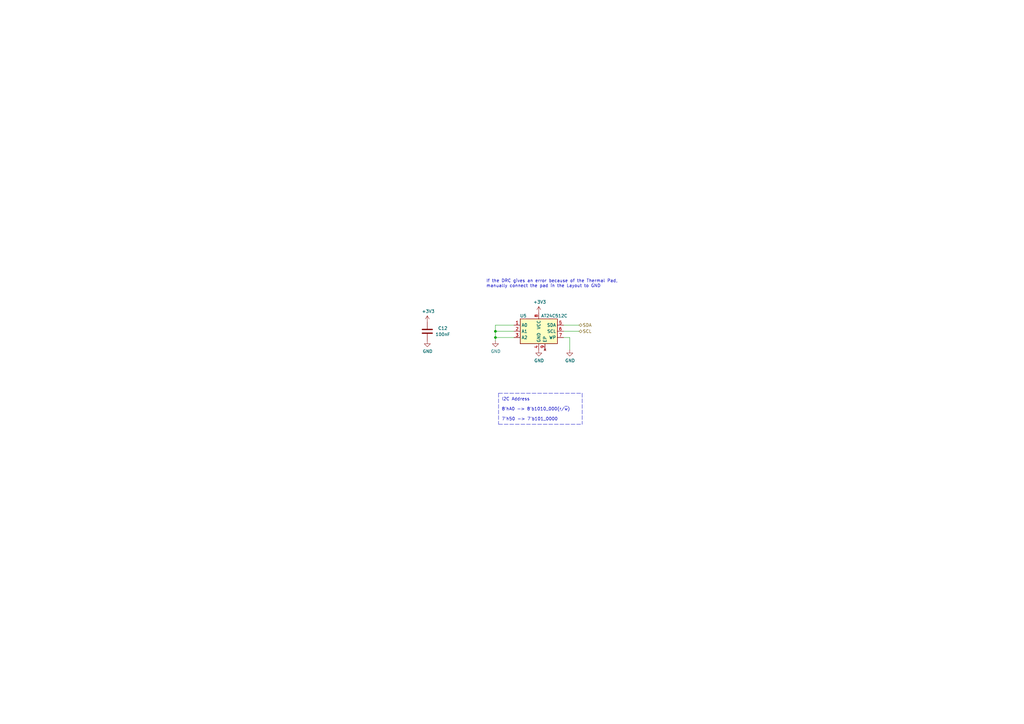
<source format=kicad_sch>
(kicad_sch (version 20211123) (generator eeschema)
  (paper "A3")
  (title_block (title "AMC Template") (date "2022-09-07") (rev "1.0") (company "Karlsruhe Institute of Technology (KIT)") (comment 1 "Institute for Data Processing and Electronics (IPE)") (comment 2 "Carsten Schmerbeck") (comment 3 "Luis Ardila") (comment 4 "Licensed under CERN-OHL-P v2"))
  (lib_symbols
    (symbol "Device:C" (pin_numbers hide) (pin_names (offset 0.254))
      (property "Reference" "C" (at 0.635 2.54 0))
      (property "Value" "C" (at 0.635 -2.54 0))
      (symbol "C_0_1"
        (polyline (pts (xy -2.032 -0.762) (xy 2.032 -0.762)) (stroke (width 0.508)))
        (polyline (pts (xy -2.032 0.762) (xy 2.032 0.762)) (stroke (width 0.508)))
      )
      (symbol "C_1_1"
        (pin passive line (at 0 3.81 270) (length 2.794) (name "~") (number "1"))
        (pin passive line (at 0 -3.81 90) (length 2.794) (name "~") (number "2"))
      )
    )
    (symbol "KIT_Memory:AT24CS64-MAHM"
      (property "Reference" "U24" (at -6.35 6.35 0))
      (property "Value" "AT24CS64-MAHM" (at 6.35 6.35 0))
      (symbol "AT24CS64-MAHM_1_1"
        (rectangle (start -7.62 5.08) (end 7.62 -5.08) (stroke (width 0.254)) (fill (type background)))
        (pin input line (at -10.16 2.54 0) (length 2.54) (name "A0") (number "1"))
        (pin input line (at -10.16 0 0) (length 2.54) (name "A1") (number "2"))
        (pin input line (at -10.16 -2.54 0) (length 2.54) (name "A2") (number "3"))
        (pin power_in line (at 0 -7.62 90) (length 2.54) (name "GND") (number "4"))
        (pin bidirectional line (at 10.16 2.54 180) (length 2.54) (name "SDA") (number "5"))
        (pin input line (at 10.16 0 180) (length 2.54) (name "SCL") (number "6"))
        (pin input line (at 10.16 -2.54 180) (length 2.54) (name "WP") (number "7"))
        (pin power_in line (at 0 7.62 270) (length 2.54) (name "VCC") (number "8"))
        (pin no_connect line (at 2.54 -7.62 90) (length 2.54) (name "EP") (number "9"))
      )
    )
    (symbol "power:+3V3" (power) (pin_names (offset 0))
      (property "Value" "+3V3" (at 0 3.556 0))
      (symbol "+3V3_0_1"
        (polyline (pts (xy -0.762 1.27) (xy 0 2.54)))
        (polyline (pts (xy 0 0) (xy 0 2.54)))
        (polyline (pts (xy 0 2.54) (xy 0.762 1.27)))
      )
      (symbol "+3V3_1_1"
        (pin power_in line (at 0 0 90) (length 0) hide (name "+3V3") (number "1"))
      )
    )
    (symbol "power:GND" (power) (pin_names (offset 0))
      (property "Value" "GND" (at 0 -3.81 0))
      (symbol "GND_0_1"
        (polyline (pts (xy 0 0) (xy 0 -1.27) (xy 1.27 -1.27) (xy 0 -2.54) (xy -1.27 -1.27) (xy 0 -1.27)))
      )
      (symbol "GND_1_1"
        (pin power_in line (at 0 0 270) (length 0) hide (name "GND") (number "1"))
      )
    )
  )
  (junction (at 203.2 138.43))
  (junction (at 203.2 135.89))
  (wire (pts (xy 203.2 138.43) (xy 210.82 138.43)))
  (polyline (pts (xy 204.47 161.29) (xy 204.47 173.99)))
  (wire (pts (xy 203.2 138.43) (xy 203.2 135.89)))
  (polyline (pts (xy 204.47 161.29) (xy 238.76 161.29)))
  (wire (pts (xy 203.2 135.89) (xy 203.2 133.35)))
  (wire (pts (xy 210.82 135.89) (xy 203.2 135.89)))
  (wire (pts (xy 237.49 133.35) (xy 231.14 133.35)))
  (wire (pts (xy 237.49 135.89) (xy 231.14 135.89)))
  (wire (pts (xy 233.68 143.51) (xy 233.68 138.43)))
  (wire (pts (xy 203.2 133.35) (xy 210.82 133.35)))
  (wire (pts (xy 233.68 138.43) (xy 231.14 138.43)))
  (polyline (pts (xy 238.76 161.29) (xy 238.76 173.99)))
  (polyline (pts (xy 204.47 173.99) (xy 238.76 173.99)))
  (wire (pts (xy 203.2 139.7) (xy 203.2 138.43)))
  (text "I2C Address \n\n8'hA0 -> 8'b1010_000(r/~{w})\n\n7'h50 -> 7'b101_0000\n" (at 205.74 172.72 0) (effects (font (size 1.27 1.27)) (justify left bottom)))
  (text "If the DRC gives an error because of the Thermal Pad,\nmanually connect the pad in the Layout to GND" (at 199.39 118.11 0) (effects (font (size 1.27 1.27)) (justify left bottom)))
  (hierarchical_label "SDA" (shape bidirectional) (at 237.49 133.35 0))
  (hierarchical_label "SCL" (shape bidirectional) (at 237.49 135.89 0))
  (symbol (lib_id "Device:C") (at 175.26 135.89 0) (mirror y) (unit 1)
    (property "Reference" "C12" (at 181.61 134.62 0))
    (property "Value" "100nF" (at 181.61 137.16 0))
    (property "Footprint" "Capacitor_SMD:C_0402_1005Metric" (effects hide))
    (property "stock" "AVT-IPE" (effects hide))
  )
  (symbol (lib_id "KIT_Memory:AT24CS64-MAHM") (at 220.98 135.89 0) (unit 1)
    (property "Reference" "U5" (at 214.63 129.54 0))
    (property "Value" "AT24C512C" (at 227.33 129.54 0))
    (property "Footprint" "Package_DFN_QFN:DFN-8-1EP_3x2mm_P0.5mm_EP1.3x1.5mm" (effects hide))
    (property "Datasheet" "http://ww1.microchip.com/downloads/en/DeviceDoc/Atmel-8870-SEEPROM-AT24CS64-Datasheet.pdf" (effects hide))
    (property "manf" "Microchip Technology" (effects hide))
    (property "manf#" "AT24C512C-MAHM-T" (effects hide))
    (property "digikey#" "AT24C512C-MAHM-TCT-ND" (effects hide))
    (property "stock" "Order from Microchip.com" (effects hide))
  )
  (symbol (lib_id "power:GND") (at 220.98 143.51 0) (unit 1)
    (property "Reference" "#PWR0128" (effects hide))
    (property "Value" "GND" (at 221.107 147.9042 0))
  )
  (symbol (lib_id "power:GND") (at 203.2 139.7 0) (unit 1)
    (property "Reference" "#PWR0126" (effects hide))
    (property "Value" "GND" (at 203.327 144.0942 0))
  )
  (symbol (lib_id "power:GND") (at 175.26 139.7 0) (unit 1)
    (property "Reference" "#PWR0125" (effects hide))
    (property "Value" "GND" (at 175.387 144.0942 0))
  )
  (symbol (lib_id "power:+3V3") (at 175.26 132.08 0) (unit 1)
    (property "Reference" "#PWR0124" (effects hide))
    (property "Value" "+3V3" (at 175.641 127.6858 0))
  )
  (symbol (lib_id "power:+3V3") (at 220.98 128.27 0) (unit 1)
    (property "Reference" "#PWR0127" (effects hide))
    (property "Value" "+3V3" (at 221.361 123.8758 0))
  )
  (symbol (lib_id "power:GND") (at 233.68 143.51 0) (unit 1)
    (property "Reference" "#PWR0129" (effects hide))
    (property "Value" "GND" (at 233.807 147.9042 0))
  )
)
</source>
